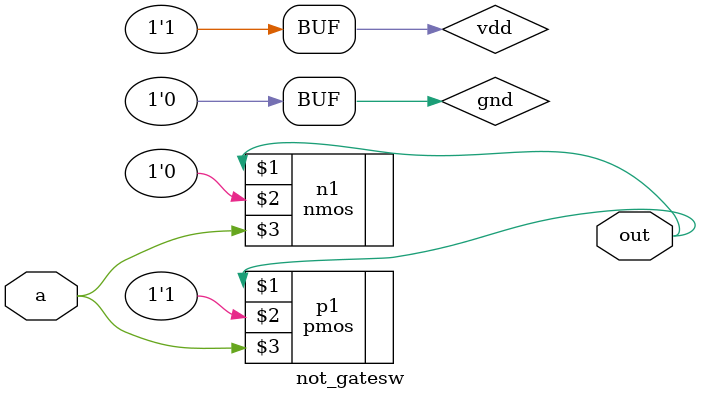
<source format=v>
`timescale 1ns / 1ps


module not_gatesw(input a,output out);
supply1 vdd;
supply0 gnd;
pmos p1(out,vdd,a);
nmos n1(out,gnd,a);
endmodule

</source>
